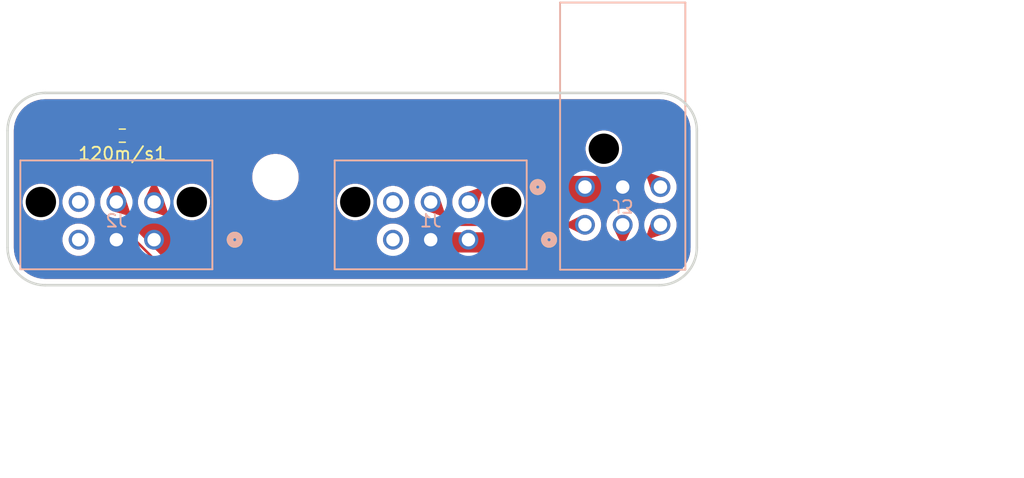
<source format=kicad_pcb>
(kicad_pcb (version 20241229) (generator "pcbnew") (generator_version "9.0")
  (layers (0 "F.Cu" signal) (2 "B.Cu" signal) (13 "F.Paste" user) (15 "B.Paste" user) (5 "F.SilkS" user "F.Silkscreen") (7 "B.SilkS" user "B.Silkscreen") (1 "F.Mask" user) (3 "B.Mask" user) (25 "Edge.Cuts" user))
  (net 0 "")
  (net 1 "/CAN_L-out")
  (net 2 "/CAN_H-out")
  (net 3 "/CAN_L-in")
  (net 4 "+12V")
  (net 5 "GND")
  (net 6 "/CAN_H-in")
  (footprint "Resistor_SMD:R_0603_1608Metric" (layer "F.Cu") (at 111.325 84.4 180)
    (property "Reference" "120m/s1" (at 0 -1.43 0) (layer "F.SilkS"))
    (property "Value" "Microphone_Condenser")
    (fp_line (start -0.237258 0.5225) (end 0.237258 0.5225) (stroke (width 0.12)) (layer "F.SilkS"))
    (fp_line (start -0.237258 -0.5225) (end 0.237258 -0.5225) (stroke (width 0.12)) (layer "F.SilkS"))
    (pad "1" smd roundrect (at -0.825 0 180) (size 0.8 0.95) (layers "F.Cu" "F.Mask" "F.Paste") (net 2 "/CAN_H-out"))
    (pad "2" smd roundrect (at 0.825 0 180) (size 0.8 0.95) (layers "F.Cu" "F.Mask" "F.Paste") (net 1 "/CAN_L-out"))
  )
  (footprint "MountingHole:MountingHole_3.2mm_M3" (layer "F.Cu") (at 123.5 87.7)
    (property "Reference" "REF**")
    (property "Value" "MountingHole_3.2mm_M3")
    (pad "" np_thru_hole circle (at 0 0) (size 3.2 3.2) (drill 3.2) (layers "*.Cu" "*.Mask"))
  )
  (footprint "UTSVT_Connectors:Molex_Microfit3.0_02x03_6-Pin-Vertical-PCB-Receptacle_447690601" (layer "B.Cu") (at 138.84 92.679999 180)
    (property "Reference" "J1" (at 2.999999 1.5 0) (layer "B.SilkS") (effects (justify mirror)))
    (property "Value" "Conn_01x06")
    (fp_circle (center -6.410701 0) (end -6.029701 0) (stroke (width 0.508)) (fill no) (layer "F.SilkS"))
    (fp_line (start 10.632699 6.307) (end -4.632701 6.307) (stroke (width 0.1524)) (layer "B.SilkS"))
    (fp_line (start 10.632699 -2.3544) (end 10.632699 6.307) (stroke (width 0.1524)) (layer "B.SilkS"))
    (fp_line (start -4.632701 6.307) (end -4.632701 -2.3544) (stroke (width 0.1524)) (layer "B.SilkS"))
    (fp_line (start -4.632701 -2.3544) (end 10.632699 -2.3544) (stroke (width 0.1524)) (layer "B.SilkS"))
    (fp_circle (center -6.410701 0) (end -6.029701 0) (stroke (width 0.508)) (fill no) (layer "B.SilkS"))
    (pad "" np_thru_hole circle (at -2.999999 2.999999 180) (size 2.413 2.413) (drill 2.413) (layers))
    (pad "" np_thru_hole circle (at 8.999997 2.999999 180) (size 2.413 2.413) (drill 2.413) (layers))
    (pad "1" thru_hole circle (at 0 0 180) (size 1.5748 1.5748) (drill 1.0668) (layers "*.Cu" "*.Mask") (net 4 "+12V"))
    (pad "2" thru_hole circle (at 2.999999 0 180) (size 1.5748 1.5748) (drill 1.0668) (layers "*.Cu" "*.Mask") (net 5 "GND"))
    (pad "3" thru_hole circle (at 5.999998 0 180) (size 1.5748 1.5748) (drill 1.0668) (layers "*.Cu" "*.Mask"))
    (pad "4" thru_hole circle (at 0 2.999999 180) (size 1.5748 1.5748) (drill 1.0668) (layers "*.Cu" "*.Mask") (net 6 "/CAN_H-in"))
    (pad "5" thru_hole circle (at 2.999999 2.999999 180) (size 1.5748 1.5748) (drill 1.0668) (layers "*.Cu" "*.Mask") (net 3 "/CAN_L-in"))
    (pad "6" thru_hole circle (at 5.999998 2.999999 180) (size 1.5748 1.5748) (drill 1.0668) (layers "*.Cu" "*.Mask"))
  )
  (footprint "UTSVT_Connectors:Molex_Microfit3.0_02x03_6-Pin-Vertical-PCB-Receptacle_447690601" (layer "B.Cu") (at 113.849998 92.679999 180)
    (property "Reference" "J2" (at 2.999999 1.5 0) (layer "B.SilkS") (effects (justify mirror)))
    (property "Value" "Conn_01x06")
    (fp_circle (center -6.410701 0) (end -6.029701 0) (stroke (width 0.508)) (fill no) (layer "F.SilkS"))
    (fp_line (start 10.632699 6.307) (end -4.632701 6.307) (stroke (width 0.1524)) (layer "B.SilkS"))
    (fp_line (start 10.632699 -2.3544) (end 10.632699 6.307) (stroke (width 0.1524)) (layer "B.SilkS"))
    (fp_line (start -4.632701 6.307) (end -4.632701 -2.3544) (stroke (width 0.1524)) (layer "B.SilkS"))
    (fp_line (start -4.632701 -2.3544) (end 10.632699 -2.3544) (stroke (width 0.1524)) (layer "B.SilkS"))
    (fp_circle (center -6.410701 0) (end -6.029701 0) (stroke (width 0.508)) (fill no) (layer "B.SilkS"))
    (pad "" np_thru_hole circle (at -2.999999 2.999999 180) (size 2.413 2.413) (drill 2.413) (layers))
    (pad "" np_thru_hole circle (at 8.999997 2.999999 180) (size 2.413 2.413) (drill 2.413) (layers))
    (pad "1" thru_hole circle (at 0 0 180) (size 1.5748 1.5748) (drill 1.0668) (layers "*.Cu" "*.Mask") (net 4 "+12V"))
    (pad "2" thru_hole circle (at 2.999999 0 180) (size 1.5748 1.5748) (drill 1.0668) (layers "*.Cu" "*.Mask") (net 5 "GND"))
    (pad "3" thru_hole circle (at 5.999998 0 180) (size 1.5748 1.5748) (drill 1.0668) (layers "*.Cu" "*.Mask"))
    (pad "4" thru_hole circle (at 0 2.999999 180) (size 1.5748 1.5748) (drill 1.0668) (layers "*.Cu" "*.Mask") (net 2 "/CAN_H-out"))
    (pad "5" thru_hole circle (at 2.999999 2.999999 180) (size 1.5748 1.5748) (drill 1.0668) (layers "*.Cu" "*.Mask") (net 1 "/CAN_L-out"))
    (pad "6" thru_hole circle (at 5.999998 2.999999 180) (size 1.5748 1.5748) (drill 1.0668) (layers "*.Cu" "*.Mask"))
  )
  (footprint "footprints:CONN_SD-44764-001_06_MOL" (layer "B.Cu") (at 148.104901 88.490001)
    (property "Reference" "J3" (at 2.999999 1.5 180) (layer "B.SilkS") (effects (justify mirror)))
    (property "Value" "Conn_01x06")
    (fp_circle (center -3.756401 0) (end -3.375401 0) (stroke (width 0.508)) (fill no) (layer "F.SilkS"))
    (fp_line (start -1.978401 -14.6828) (end 7.978399 -14.6828) (stroke (width 0.1524)) (layer "B.SilkS"))
    (fp_line (start -1.978401 6.577) (end -1.978401 -14.6828) (stroke (width 0.1524)) (layer "B.SilkS"))
    (fp_line (start 7.978399 -14.6828) (end 7.978399 6.577) (stroke (width 0.1524)) (layer "B.SilkS"))
    (fp_line (start 7.978399 6.577) (end -1.978401 6.577) (stroke (width 0.1524)) (layer "B.SilkS"))
    (fp_circle (center -3.756401 0) (end -3.375401 0) (stroke (width 0.508)) (fill no) (layer "B.SilkS"))
    (pad "" np_thru_hole circle (at 1.5 -3.050002) (size 2.413 2.413) (drill 2.413) (layers))
    (pad "1" thru_hole circle (at 0 0) (size 1.5748 1.5748) (drill 1.0668) (layers "*.Cu" "*.Mask") (net 4 "+12V"))
    (pad "2" thru_hole circle (at 2.999999 0) (size 1.5748 1.5748) (drill 1.0668) (layers "*.Cu" "*.Mask") (net 5 "GND"))
    (pad "3" thru_hole circle (at 5.999998 0) (size 1.5748 1.5748) (drill 1.0668) (layers "*.Cu" "*.Mask") (net 6 "/CAN_H-in"))
    (pad "4" thru_hole circle (at 0 2.999999) (size 1.5748 1.5748) (drill 1.0668) (layers "*.Cu" "*.Mask") (net 3 "/CAN_L-in"))
    (pad "5" thru_hole circle (at 2.999999 2.999999) (size 1.5748 1.5748) (drill 1.0668) (layers "*.Cu" "*.Mask") (net 2 "/CAN_H-out"))
    (pad "6" thru_hole circle (at 5.999998 2.999999) (size 1.5748 1.5748) (drill 1.0668) (layers "*.Cu" "*.Mask") (net 1 "/CAN_L-out"))
  )
  (gr_arc (start 157 93.3) (mid 156.12132 95.42132) (end 154 96.3) (stroke (width 0.2)) (layer "Edge.Cuts"))
  (gr_arc (start 102.2 84) (mid 103.07868 81.87868) (end 105.2 81) (stroke (width 0.2)) (layer "Edge.Cuts"))
  (gr_line (start 157 84) (end 157 93.3) (stroke (width 0.2)) (layer "Edge.Cuts"))
  (gr_line (start 105.2 81) (end 154 81) (stroke (width 0.2)) (layer "Edge.Cuts"))
  (gr_line (start 154 96.3) (end 105.2 96.3) (stroke (width 0.2)) (layer "Edge.Cuts"))
  (gr_arc (start 154 81) (mid 156.12132 81.87868) (end 157 84) (stroke (width 0.2)) (layer "Edge.Cuts"))
  (gr_arc (start 105.2 96.3) (mid 103.07868 95.42132) (end 102.2 93.3) (stroke (width 0.2)) (layer "Edge.Cuts"))
  (gr_line (start 102.2 93.3) (end 102.2 84) (stroke (width 0.2)) (layer "Edge.Cuts"))
  (segment (start 114.331768 94.701) (end 111.938399 92.307631) (width 0.2) (layer "F.Cu") (net 1))
  (segment (start 154.104899 91.49) (end 150.893899 94.701) (width 0.2) (layer "F.Cu") (net 1))
  (segment (start 150.893899 94.701) (end 114.331768 94.701) (width 0.2) (layer "F.Cu") (net 1))
  (segment (start 111.938399 92.307631) (end 111.938399 90.7684) (width 0.2) (layer "F.Cu") (net 1))
  (segment (start 110.849999 84.749999) (end 110.5 84.4) (width 0.2) (layer "F.Cu") (net 1))
  (segment (start 111.938399 90.7684) (end 110.849999 89.68) (width 0.2) (layer "F.Cu") (net 1))
  (segment (start 110.849999 89.68) (end 110.849999 84.749999) (width 0.2) (layer "F.Cu") (net 1))
  (segment (start 113.849998 89.68) (end 113.849998 86.099998) (width 0.2) (layer "F.Cu") (net 2))
  (segment (start 113.849998 89.68) (end 118.469998 94.3) (width 0.2) (layer "F.Cu") (net 2))
  (segment (start 118.469998 94.3) (end 150.2 94.3) (width 0.2) (layer "F.Cu") (net 2))
  (segment (start 150.2 94.3) (end 151.1049 93.3951) (width 0.2) (layer "F.Cu") (net 2))
  (segment (start 113.849998 86.099998) (end 112.15 84.4) (width 0.2) (layer "F.Cu") (net 2))
  (segment (start 151.1049 93.3951) (end 151.1049 91.49) (width 0.2) (layer "F.Cu") (net 2))
  (segment (start 135.840001 89.68) (end 137.650001 91.49) (width 0.2) (layer "F.Cu") (net 3))
  (segment (start 137.650001 91.49) (end 148.104901 91.49) (width 0.2) (layer "F.Cu") (net 3))
  (segment (start 141.522501 86.997499) (end 152.612397 86.997499) (width 0.2) (layer "F.Cu") (net 6))
  (segment (start 138.84 89.68) (end 141.522501 86.997499) (width 0.2) (layer "F.Cu") (net 6))
  (segment (start 152.612397 86.997499) (end 154.104899 88.490001) (width 0.2) (layer "F.Cu") (net 6))
  (zone (net 4) (net_name "+12V") (layer "F.Cu") (connect_pads yes (clearance 0.5)) (min_thickness 0.25) (fill yes (thermal_gap 0.5) (thermal_bridge_width 0.5))
    (polygon (pts (xy 101.6 80.6) (xy 101.6 97.3) (xy 158.5 97.3) (xy 158.5 80.5)))
  )
  (zone (net 5) (net_name "GND") (layer "B.Cu") (connect_pads yes (clearance 0.5)) (min_thickness 0.25) (fill yes (thermal_gap 0.5) (thermal_bridge_width 0.5))
    (polygon (pts (xy 101.603781 80.651663) (xy 101.603781 97.351663) (xy 158.503781 97.351663) (xy 158.503781 80.551663)))
  )
)
</source>
